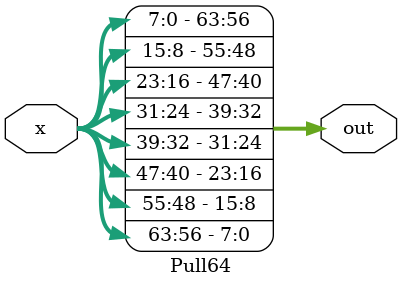
<source format=v>


module Pull64(
    input [63:0] x,
    output wire [63:0] out);
     
      assign out = {x[7:0], x[15:8], x[23:16], x[31:24], x[39:32], x[47:40], x[55:48], x[63:56]};
  
endmodule

</source>
